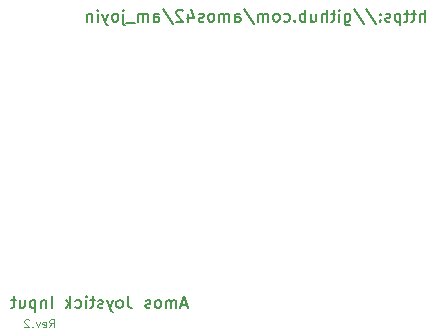
<source format=gbr>
%TF.GenerationSoftware,KiCad,Pcbnew,7.0.1*%
%TF.CreationDate,2023-05-21T17:22:54+09:00*%
%TF.ProjectId,joystick_74hc165_input_smd,6a6f7973-7469-4636-9b5f-373468633136,2*%
%TF.SameCoordinates,PX7e249a4PY6c1eee4*%
%TF.FileFunction,Legend,Bot*%
%TF.FilePolarity,Positive*%
%FSLAX46Y46*%
G04 Gerber Fmt 4.6, Leading zero omitted, Abs format (unit mm)*
G04 Created by KiCad (PCBNEW 7.0.1) date 2023-05-21 17:22:54*
%MOMM*%
%LPD*%
G01*
G04 APERTURE LIST*
%ADD10C,0.150000*%
%ADD11C,0.100000*%
%ADD12R,1.700000X1.700000*%
%ADD13O,1.700000X1.700000*%
G04 APERTURE END LIST*
D10*
X40795604Y27541681D02*
X40795604Y28541681D01*
X40367033Y27541681D02*
X40367033Y28065491D01*
X40367033Y28065491D02*
X40414652Y28160729D01*
X40414652Y28160729D02*
X40509890Y28208348D01*
X40509890Y28208348D02*
X40652747Y28208348D01*
X40652747Y28208348D02*
X40747985Y28160729D01*
X40747985Y28160729D02*
X40795604Y28113110D01*
X40033699Y28208348D02*
X39652747Y28208348D01*
X39890842Y28541681D02*
X39890842Y27684539D01*
X39890842Y27684539D02*
X39843223Y27589300D01*
X39843223Y27589300D02*
X39747985Y27541681D01*
X39747985Y27541681D02*
X39652747Y27541681D01*
X39462270Y28208348D02*
X39081318Y28208348D01*
X39319413Y28541681D02*
X39319413Y27684539D01*
X39319413Y27684539D02*
X39271794Y27589300D01*
X39271794Y27589300D02*
X39176556Y27541681D01*
X39176556Y27541681D02*
X39081318Y27541681D01*
X38747984Y28208348D02*
X38747984Y27208348D01*
X38747984Y28160729D02*
X38652746Y28208348D01*
X38652746Y28208348D02*
X38462270Y28208348D01*
X38462270Y28208348D02*
X38367032Y28160729D01*
X38367032Y28160729D02*
X38319413Y28113110D01*
X38319413Y28113110D02*
X38271794Y28017872D01*
X38271794Y28017872D02*
X38271794Y27732158D01*
X38271794Y27732158D02*
X38319413Y27636920D01*
X38319413Y27636920D02*
X38367032Y27589300D01*
X38367032Y27589300D02*
X38462270Y27541681D01*
X38462270Y27541681D02*
X38652746Y27541681D01*
X38652746Y27541681D02*
X38747984Y27589300D01*
X37890841Y27589300D02*
X37795603Y27541681D01*
X37795603Y27541681D02*
X37605127Y27541681D01*
X37605127Y27541681D02*
X37509889Y27589300D01*
X37509889Y27589300D02*
X37462270Y27684539D01*
X37462270Y27684539D02*
X37462270Y27732158D01*
X37462270Y27732158D02*
X37509889Y27827396D01*
X37509889Y27827396D02*
X37605127Y27875015D01*
X37605127Y27875015D02*
X37747984Y27875015D01*
X37747984Y27875015D02*
X37843222Y27922634D01*
X37843222Y27922634D02*
X37890841Y28017872D01*
X37890841Y28017872D02*
X37890841Y28065491D01*
X37890841Y28065491D02*
X37843222Y28160729D01*
X37843222Y28160729D02*
X37747984Y28208348D01*
X37747984Y28208348D02*
X37605127Y28208348D01*
X37605127Y28208348D02*
X37509889Y28160729D01*
X37033698Y27636920D02*
X36986079Y27589300D01*
X36986079Y27589300D02*
X37033698Y27541681D01*
X37033698Y27541681D02*
X37081317Y27589300D01*
X37081317Y27589300D02*
X37033698Y27636920D01*
X37033698Y27636920D02*
X37033698Y27541681D01*
X37033698Y28160729D02*
X36986079Y28113110D01*
X36986079Y28113110D02*
X37033698Y28065491D01*
X37033698Y28065491D02*
X37081317Y28113110D01*
X37081317Y28113110D02*
X37033698Y28160729D01*
X37033698Y28160729D02*
X37033698Y28065491D01*
X35843223Y28589300D02*
X36700365Y27303586D01*
X34795604Y28589300D02*
X35652746Y27303586D01*
X34033699Y28208348D02*
X34033699Y27398824D01*
X34033699Y27398824D02*
X34081318Y27303586D01*
X34081318Y27303586D02*
X34128937Y27255967D01*
X34128937Y27255967D02*
X34224175Y27208348D01*
X34224175Y27208348D02*
X34367032Y27208348D01*
X34367032Y27208348D02*
X34462270Y27255967D01*
X34033699Y27589300D02*
X34128937Y27541681D01*
X34128937Y27541681D02*
X34319413Y27541681D01*
X34319413Y27541681D02*
X34414651Y27589300D01*
X34414651Y27589300D02*
X34462270Y27636920D01*
X34462270Y27636920D02*
X34509889Y27732158D01*
X34509889Y27732158D02*
X34509889Y28017872D01*
X34509889Y28017872D02*
X34462270Y28113110D01*
X34462270Y28113110D02*
X34414651Y28160729D01*
X34414651Y28160729D02*
X34319413Y28208348D01*
X34319413Y28208348D02*
X34128937Y28208348D01*
X34128937Y28208348D02*
X34033699Y28160729D01*
X33557508Y27541681D02*
X33557508Y28208348D01*
X33557508Y28541681D02*
X33605127Y28494062D01*
X33605127Y28494062D02*
X33557508Y28446443D01*
X33557508Y28446443D02*
X33509889Y28494062D01*
X33509889Y28494062D02*
X33557508Y28541681D01*
X33557508Y28541681D02*
X33557508Y28446443D01*
X33224175Y28208348D02*
X32843223Y28208348D01*
X33081318Y28541681D02*
X33081318Y27684539D01*
X33081318Y27684539D02*
X33033699Y27589300D01*
X33033699Y27589300D02*
X32938461Y27541681D01*
X32938461Y27541681D02*
X32843223Y27541681D01*
X32509889Y27541681D02*
X32509889Y28541681D01*
X32081318Y27541681D02*
X32081318Y28065491D01*
X32081318Y28065491D02*
X32128937Y28160729D01*
X32128937Y28160729D02*
X32224175Y28208348D01*
X32224175Y28208348D02*
X32367032Y28208348D01*
X32367032Y28208348D02*
X32462270Y28160729D01*
X32462270Y28160729D02*
X32509889Y28113110D01*
X31176556Y28208348D02*
X31176556Y27541681D01*
X31605127Y28208348D02*
X31605127Y27684539D01*
X31605127Y27684539D02*
X31557508Y27589300D01*
X31557508Y27589300D02*
X31462270Y27541681D01*
X31462270Y27541681D02*
X31319413Y27541681D01*
X31319413Y27541681D02*
X31224175Y27589300D01*
X31224175Y27589300D02*
X31176556Y27636920D01*
X30700365Y27541681D02*
X30700365Y28541681D01*
X30700365Y28160729D02*
X30605127Y28208348D01*
X30605127Y28208348D02*
X30414651Y28208348D01*
X30414651Y28208348D02*
X30319413Y28160729D01*
X30319413Y28160729D02*
X30271794Y28113110D01*
X30271794Y28113110D02*
X30224175Y28017872D01*
X30224175Y28017872D02*
X30224175Y27732158D01*
X30224175Y27732158D02*
X30271794Y27636920D01*
X30271794Y27636920D02*
X30319413Y27589300D01*
X30319413Y27589300D02*
X30414651Y27541681D01*
X30414651Y27541681D02*
X30605127Y27541681D01*
X30605127Y27541681D02*
X30700365Y27589300D01*
X29795603Y27636920D02*
X29747984Y27589300D01*
X29747984Y27589300D02*
X29795603Y27541681D01*
X29795603Y27541681D02*
X29843222Y27589300D01*
X29843222Y27589300D02*
X29795603Y27636920D01*
X29795603Y27636920D02*
X29795603Y27541681D01*
X28890842Y27589300D02*
X28986080Y27541681D01*
X28986080Y27541681D02*
X29176556Y27541681D01*
X29176556Y27541681D02*
X29271794Y27589300D01*
X29271794Y27589300D02*
X29319413Y27636920D01*
X29319413Y27636920D02*
X29367032Y27732158D01*
X29367032Y27732158D02*
X29367032Y28017872D01*
X29367032Y28017872D02*
X29319413Y28113110D01*
X29319413Y28113110D02*
X29271794Y28160729D01*
X29271794Y28160729D02*
X29176556Y28208348D01*
X29176556Y28208348D02*
X28986080Y28208348D01*
X28986080Y28208348D02*
X28890842Y28160729D01*
X28319413Y27541681D02*
X28414651Y27589300D01*
X28414651Y27589300D02*
X28462270Y27636920D01*
X28462270Y27636920D02*
X28509889Y27732158D01*
X28509889Y27732158D02*
X28509889Y28017872D01*
X28509889Y28017872D02*
X28462270Y28113110D01*
X28462270Y28113110D02*
X28414651Y28160729D01*
X28414651Y28160729D02*
X28319413Y28208348D01*
X28319413Y28208348D02*
X28176556Y28208348D01*
X28176556Y28208348D02*
X28081318Y28160729D01*
X28081318Y28160729D02*
X28033699Y28113110D01*
X28033699Y28113110D02*
X27986080Y28017872D01*
X27986080Y28017872D02*
X27986080Y27732158D01*
X27986080Y27732158D02*
X28033699Y27636920D01*
X28033699Y27636920D02*
X28081318Y27589300D01*
X28081318Y27589300D02*
X28176556Y27541681D01*
X28176556Y27541681D02*
X28319413Y27541681D01*
X27557508Y27541681D02*
X27557508Y28208348D01*
X27557508Y28113110D02*
X27509889Y28160729D01*
X27509889Y28160729D02*
X27414651Y28208348D01*
X27414651Y28208348D02*
X27271794Y28208348D01*
X27271794Y28208348D02*
X27176556Y28160729D01*
X27176556Y28160729D02*
X27128937Y28065491D01*
X27128937Y28065491D02*
X27128937Y27541681D01*
X27128937Y28065491D02*
X27081318Y28160729D01*
X27081318Y28160729D02*
X26986080Y28208348D01*
X26986080Y28208348D02*
X26843223Y28208348D01*
X26843223Y28208348D02*
X26747984Y28160729D01*
X26747984Y28160729D02*
X26700365Y28065491D01*
X26700365Y28065491D02*
X26700365Y27541681D01*
X25509890Y28589300D02*
X26367032Y27303586D01*
X24747985Y27541681D02*
X24747985Y28065491D01*
X24747985Y28065491D02*
X24795604Y28160729D01*
X24795604Y28160729D02*
X24890842Y28208348D01*
X24890842Y28208348D02*
X25081318Y28208348D01*
X25081318Y28208348D02*
X25176556Y28160729D01*
X24747985Y27589300D02*
X24843223Y27541681D01*
X24843223Y27541681D02*
X25081318Y27541681D01*
X25081318Y27541681D02*
X25176556Y27589300D01*
X25176556Y27589300D02*
X25224175Y27684539D01*
X25224175Y27684539D02*
X25224175Y27779777D01*
X25224175Y27779777D02*
X25176556Y27875015D01*
X25176556Y27875015D02*
X25081318Y27922634D01*
X25081318Y27922634D02*
X24843223Y27922634D01*
X24843223Y27922634D02*
X24747985Y27970253D01*
X24271794Y27541681D02*
X24271794Y28208348D01*
X24271794Y28113110D02*
X24224175Y28160729D01*
X24224175Y28160729D02*
X24128937Y28208348D01*
X24128937Y28208348D02*
X23986080Y28208348D01*
X23986080Y28208348D02*
X23890842Y28160729D01*
X23890842Y28160729D02*
X23843223Y28065491D01*
X23843223Y28065491D02*
X23843223Y27541681D01*
X23843223Y28065491D02*
X23795604Y28160729D01*
X23795604Y28160729D02*
X23700366Y28208348D01*
X23700366Y28208348D02*
X23557509Y28208348D01*
X23557509Y28208348D02*
X23462270Y28160729D01*
X23462270Y28160729D02*
X23414651Y28065491D01*
X23414651Y28065491D02*
X23414651Y27541681D01*
X22795604Y27541681D02*
X22890842Y27589300D01*
X22890842Y27589300D02*
X22938461Y27636920D01*
X22938461Y27636920D02*
X22986080Y27732158D01*
X22986080Y27732158D02*
X22986080Y28017872D01*
X22986080Y28017872D02*
X22938461Y28113110D01*
X22938461Y28113110D02*
X22890842Y28160729D01*
X22890842Y28160729D02*
X22795604Y28208348D01*
X22795604Y28208348D02*
X22652747Y28208348D01*
X22652747Y28208348D02*
X22557509Y28160729D01*
X22557509Y28160729D02*
X22509890Y28113110D01*
X22509890Y28113110D02*
X22462271Y28017872D01*
X22462271Y28017872D02*
X22462271Y27732158D01*
X22462271Y27732158D02*
X22509890Y27636920D01*
X22509890Y27636920D02*
X22557509Y27589300D01*
X22557509Y27589300D02*
X22652747Y27541681D01*
X22652747Y27541681D02*
X22795604Y27541681D01*
X22081318Y27589300D02*
X21986080Y27541681D01*
X21986080Y27541681D02*
X21795604Y27541681D01*
X21795604Y27541681D02*
X21700366Y27589300D01*
X21700366Y27589300D02*
X21652747Y27684539D01*
X21652747Y27684539D02*
X21652747Y27732158D01*
X21652747Y27732158D02*
X21700366Y27827396D01*
X21700366Y27827396D02*
X21795604Y27875015D01*
X21795604Y27875015D02*
X21938461Y27875015D01*
X21938461Y27875015D02*
X22033699Y27922634D01*
X22033699Y27922634D02*
X22081318Y28017872D01*
X22081318Y28017872D02*
X22081318Y28065491D01*
X22081318Y28065491D02*
X22033699Y28160729D01*
X22033699Y28160729D02*
X21938461Y28208348D01*
X21938461Y28208348D02*
X21795604Y28208348D01*
X21795604Y28208348D02*
X21700366Y28160729D01*
X20795604Y28208348D02*
X20795604Y27541681D01*
X21033699Y28589300D02*
X21271794Y27875015D01*
X21271794Y27875015D02*
X20652747Y27875015D01*
X20319413Y28446443D02*
X20271794Y28494062D01*
X20271794Y28494062D02*
X20176556Y28541681D01*
X20176556Y28541681D02*
X19938461Y28541681D01*
X19938461Y28541681D02*
X19843223Y28494062D01*
X19843223Y28494062D02*
X19795604Y28446443D01*
X19795604Y28446443D02*
X19747985Y28351205D01*
X19747985Y28351205D02*
X19747985Y28255967D01*
X19747985Y28255967D02*
X19795604Y28113110D01*
X19795604Y28113110D02*
X20367032Y27541681D01*
X20367032Y27541681D02*
X19747985Y27541681D01*
X18605128Y28589300D02*
X19462270Y27303586D01*
X17843223Y27541681D02*
X17843223Y28065491D01*
X17843223Y28065491D02*
X17890842Y28160729D01*
X17890842Y28160729D02*
X17986080Y28208348D01*
X17986080Y28208348D02*
X18176556Y28208348D01*
X18176556Y28208348D02*
X18271794Y28160729D01*
X17843223Y27589300D02*
X17938461Y27541681D01*
X17938461Y27541681D02*
X18176556Y27541681D01*
X18176556Y27541681D02*
X18271794Y27589300D01*
X18271794Y27589300D02*
X18319413Y27684539D01*
X18319413Y27684539D02*
X18319413Y27779777D01*
X18319413Y27779777D02*
X18271794Y27875015D01*
X18271794Y27875015D02*
X18176556Y27922634D01*
X18176556Y27922634D02*
X17938461Y27922634D01*
X17938461Y27922634D02*
X17843223Y27970253D01*
X17367032Y27541681D02*
X17367032Y28208348D01*
X17367032Y28113110D02*
X17319413Y28160729D01*
X17319413Y28160729D02*
X17224175Y28208348D01*
X17224175Y28208348D02*
X17081318Y28208348D01*
X17081318Y28208348D02*
X16986080Y28160729D01*
X16986080Y28160729D02*
X16938461Y28065491D01*
X16938461Y28065491D02*
X16938461Y27541681D01*
X16938461Y28065491D02*
X16890842Y28160729D01*
X16890842Y28160729D02*
X16795604Y28208348D01*
X16795604Y28208348D02*
X16652747Y28208348D01*
X16652747Y28208348D02*
X16557508Y28160729D01*
X16557508Y28160729D02*
X16509889Y28065491D01*
X16509889Y28065491D02*
X16509889Y27541681D01*
X16271795Y27446443D02*
X15509890Y27446443D01*
X15271794Y28208348D02*
X15271794Y27351205D01*
X15271794Y27351205D02*
X15319413Y27255967D01*
X15319413Y27255967D02*
X15414651Y27208348D01*
X15414651Y27208348D02*
X15462270Y27208348D01*
X15271794Y28541681D02*
X15319413Y28494062D01*
X15319413Y28494062D02*
X15271794Y28446443D01*
X15271794Y28446443D02*
X15224175Y28494062D01*
X15224175Y28494062D02*
X15271794Y28541681D01*
X15271794Y28541681D02*
X15271794Y28446443D01*
X14652747Y27541681D02*
X14747985Y27589300D01*
X14747985Y27589300D02*
X14795604Y27636920D01*
X14795604Y27636920D02*
X14843223Y27732158D01*
X14843223Y27732158D02*
X14843223Y28017872D01*
X14843223Y28017872D02*
X14795604Y28113110D01*
X14795604Y28113110D02*
X14747985Y28160729D01*
X14747985Y28160729D02*
X14652747Y28208348D01*
X14652747Y28208348D02*
X14509890Y28208348D01*
X14509890Y28208348D02*
X14414652Y28160729D01*
X14414652Y28160729D02*
X14367033Y28113110D01*
X14367033Y28113110D02*
X14319414Y28017872D01*
X14319414Y28017872D02*
X14319414Y27732158D01*
X14319414Y27732158D02*
X14367033Y27636920D01*
X14367033Y27636920D02*
X14414652Y27589300D01*
X14414652Y27589300D02*
X14509890Y27541681D01*
X14509890Y27541681D02*
X14652747Y27541681D01*
X13986080Y28208348D02*
X13747985Y27541681D01*
X13509890Y28208348D02*
X13747985Y27541681D01*
X13747985Y27541681D02*
X13843223Y27303586D01*
X13843223Y27303586D02*
X13890842Y27255967D01*
X13890842Y27255967D02*
X13986080Y27208348D01*
X13128937Y27541681D02*
X13128937Y28208348D01*
X13128937Y28541681D02*
X13176556Y28494062D01*
X13176556Y28494062D02*
X13128937Y28446443D01*
X13128937Y28446443D02*
X13081318Y28494062D01*
X13081318Y28494062D02*
X13128937Y28541681D01*
X13128937Y28541681D02*
X13128937Y28446443D01*
X12652747Y28208348D02*
X12652747Y27541681D01*
X12652747Y28113110D02*
X12605128Y28160729D01*
X12605128Y28160729D02*
X12509890Y28208348D01*
X12509890Y28208348D02*
X12367033Y28208348D01*
X12367033Y28208348D02*
X12271795Y28160729D01*
X12271795Y28160729D02*
X12224176Y28065491D01*
X12224176Y28065491D02*
X12224176Y27541681D01*
D11*
X9021833Y1644667D02*
X9255166Y1978000D01*
X9421833Y1644667D02*
X9421833Y2344667D01*
X9421833Y2344667D02*
X9155166Y2344667D01*
X9155166Y2344667D02*
X9088500Y2311334D01*
X9088500Y2311334D02*
X9055166Y2278000D01*
X9055166Y2278000D02*
X9021833Y2211334D01*
X9021833Y2211334D02*
X9021833Y2111334D01*
X9021833Y2111334D02*
X9055166Y2044667D01*
X9055166Y2044667D02*
X9088500Y2011334D01*
X9088500Y2011334D02*
X9155166Y1978000D01*
X9155166Y1978000D02*
X9421833Y1978000D01*
X8455166Y1678000D02*
X8521833Y1644667D01*
X8521833Y1644667D02*
X8655166Y1644667D01*
X8655166Y1644667D02*
X8721833Y1678000D01*
X8721833Y1678000D02*
X8755166Y1744667D01*
X8755166Y1744667D02*
X8755166Y2011334D01*
X8755166Y2011334D02*
X8721833Y2078000D01*
X8721833Y2078000D02*
X8655166Y2111334D01*
X8655166Y2111334D02*
X8521833Y2111334D01*
X8521833Y2111334D02*
X8455166Y2078000D01*
X8455166Y2078000D02*
X8421833Y2011334D01*
X8421833Y2011334D02*
X8421833Y1944667D01*
X8421833Y1944667D02*
X8755166Y1878000D01*
X8188500Y2111334D02*
X8021833Y1644667D01*
X8021833Y1644667D02*
X7855166Y2111334D01*
X7588500Y1711334D02*
X7555167Y1678000D01*
X7555167Y1678000D02*
X7588500Y1644667D01*
X7588500Y1644667D02*
X7621833Y1678000D01*
X7621833Y1678000D02*
X7588500Y1711334D01*
X7588500Y1711334D02*
X7588500Y1644667D01*
X7288500Y2278000D02*
X7255167Y2311334D01*
X7255167Y2311334D02*
X7188500Y2344667D01*
X7188500Y2344667D02*
X7021834Y2344667D01*
X7021834Y2344667D02*
X6955167Y2311334D01*
X6955167Y2311334D02*
X6921834Y2278000D01*
X6921834Y2278000D02*
X6888500Y2211334D01*
X6888500Y2211334D02*
X6888500Y2144667D01*
X6888500Y2144667D02*
X6921834Y2044667D01*
X6921834Y2044667D02*
X7321834Y1644667D01*
X7321834Y1644667D02*
X6888500Y1644667D01*
D10*
X20652452Y3569596D02*
X20176262Y3569596D01*
X20747690Y3283881D02*
X20414357Y4283881D01*
X20414357Y4283881D02*
X20081024Y3283881D01*
X19747690Y3283881D02*
X19747690Y3950548D01*
X19747690Y3855310D02*
X19700071Y3902929D01*
X19700071Y3902929D02*
X19604833Y3950548D01*
X19604833Y3950548D02*
X19461976Y3950548D01*
X19461976Y3950548D02*
X19366738Y3902929D01*
X19366738Y3902929D02*
X19319119Y3807691D01*
X19319119Y3807691D02*
X19319119Y3283881D01*
X19319119Y3807691D02*
X19271500Y3902929D01*
X19271500Y3902929D02*
X19176262Y3950548D01*
X19176262Y3950548D02*
X19033405Y3950548D01*
X19033405Y3950548D02*
X18938166Y3902929D01*
X18938166Y3902929D02*
X18890547Y3807691D01*
X18890547Y3807691D02*
X18890547Y3283881D01*
X18271500Y3283881D02*
X18366738Y3331500D01*
X18366738Y3331500D02*
X18414357Y3379120D01*
X18414357Y3379120D02*
X18461976Y3474358D01*
X18461976Y3474358D02*
X18461976Y3760072D01*
X18461976Y3760072D02*
X18414357Y3855310D01*
X18414357Y3855310D02*
X18366738Y3902929D01*
X18366738Y3902929D02*
X18271500Y3950548D01*
X18271500Y3950548D02*
X18128643Y3950548D01*
X18128643Y3950548D02*
X18033405Y3902929D01*
X18033405Y3902929D02*
X17985786Y3855310D01*
X17985786Y3855310D02*
X17938167Y3760072D01*
X17938167Y3760072D02*
X17938167Y3474358D01*
X17938167Y3474358D02*
X17985786Y3379120D01*
X17985786Y3379120D02*
X18033405Y3331500D01*
X18033405Y3331500D02*
X18128643Y3283881D01*
X18128643Y3283881D02*
X18271500Y3283881D01*
X17557214Y3331500D02*
X17461976Y3283881D01*
X17461976Y3283881D02*
X17271500Y3283881D01*
X17271500Y3283881D02*
X17176262Y3331500D01*
X17176262Y3331500D02*
X17128643Y3426739D01*
X17128643Y3426739D02*
X17128643Y3474358D01*
X17128643Y3474358D02*
X17176262Y3569596D01*
X17176262Y3569596D02*
X17271500Y3617215D01*
X17271500Y3617215D02*
X17414357Y3617215D01*
X17414357Y3617215D02*
X17509595Y3664834D01*
X17509595Y3664834D02*
X17557214Y3760072D01*
X17557214Y3760072D02*
X17557214Y3807691D01*
X17557214Y3807691D02*
X17509595Y3902929D01*
X17509595Y3902929D02*
X17414357Y3950548D01*
X17414357Y3950548D02*
X17271500Y3950548D01*
X17271500Y3950548D02*
X17176262Y3902929D01*
X15652452Y4283881D02*
X15652452Y3569596D01*
X15652452Y3569596D02*
X15700071Y3426739D01*
X15700071Y3426739D02*
X15795309Y3331500D01*
X15795309Y3331500D02*
X15938166Y3283881D01*
X15938166Y3283881D02*
X16033404Y3283881D01*
X15033404Y3283881D02*
X15128642Y3331500D01*
X15128642Y3331500D02*
X15176261Y3379120D01*
X15176261Y3379120D02*
X15223880Y3474358D01*
X15223880Y3474358D02*
X15223880Y3760072D01*
X15223880Y3760072D02*
X15176261Y3855310D01*
X15176261Y3855310D02*
X15128642Y3902929D01*
X15128642Y3902929D02*
X15033404Y3950548D01*
X15033404Y3950548D02*
X14890547Y3950548D01*
X14890547Y3950548D02*
X14795309Y3902929D01*
X14795309Y3902929D02*
X14747690Y3855310D01*
X14747690Y3855310D02*
X14700071Y3760072D01*
X14700071Y3760072D02*
X14700071Y3474358D01*
X14700071Y3474358D02*
X14747690Y3379120D01*
X14747690Y3379120D02*
X14795309Y3331500D01*
X14795309Y3331500D02*
X14890547Y3283881D01*
X14890547Y3283881D02*
X15033404Y3283881D01*
X14366737Y3950548D02*
X14128642Y3283881D01*
X13890547Y3950548D02*
X14128642Y3283881D01*
X14128642Y3283881D02*
X14223880Y3045786D01*
X14223880Y3045786D02*
X14271499Y2998167D01*
X14271499Y2998167D02*
X14366737Y2950548D01*
X13557213Y3331500D02*
X13461975Y3283881D01*
X13461975Y3283881D02*
X13271499Y3283881D01*
X13271499Y3283881D02*
X13176261Y3331500D01*
X13176261Y3331500D02*
X13128642Y3426739D01*
X13128642Y3426739D02*
X13128642Y3474358D01*
X13128642Y3474358D02*
X13176261Y3569596D01*
X13176261Y3569596D02*
X13271499Y3617215D01*
X13271499Y3617215D02*
X13414356Y3617215D01*
X13414356Y3617215D02*
X13509594Y3664834D01*
X13509594Y3664834D02*
X13557213Y3760072D01*
X13557213Y3760072D02*
X13557213Y3807691D01*
X13557213Y3807691D02*
X13509594Y3902929D01*
X13509594Y3902929D02*
X13414356Y3950548D01*
X13414356Y3950548D02*
X13271499Y3950548D01*
X13271499Y3950548D02*
X13176261Y3902929D01*
X12842927Y3950548D02*
X12461975Y3950548D01*
X12700070Y4283881D02*
X12700070Y3426739D01*
X12700070Y3426739D02*
X12652451Y3331500D01*
X12652451Y3331500D02*
X12557213Y3283881D01*
X12557213Y3283881D02*
X12461975Y3283881D01*
X12128641Y3283881D02*
X12128641Y3950548D01*
X12128641Y4283881D02*
X12176260Y4236262D01*
X12176260Y4236262D02*
X12128641Y4188643D01*
X12128641Y4188643D02*
X12081022Y4236262D01*
X12081022Y4236262D02*
X12128641Y4283881D01*
X12128641Y4283881D02*
X12128641Y4188643D01*
X11223880Y3331500D02*
X11319118Y3283881D01*
X11319118Y3283881D02*
X11509594Y3283881D01*
X11509594Y3283881D02*
X11604832Y3331500D01*
X11604832Y3331500D02*
X11652451Y3379120D01*
X11652451Y3379120D02*
X11700070Y3474358D01*
X11700070Y3474358D02*
X11700070Y3760072D01*
X11700070Y3760072D02*
X11652451Y3855310D01*
X11652451Y3855310D02*
X11604832Y3902929D01*
X11604832Y3902929D02*
X11509594Y3950548D01*
X11509594Y3950548D02*
X11319118Y3950548D01*
X11319118Y3950548D02*
X11223880Y3902929D01*
X10795308Y3283881D02*
X10795308Y4283881D01*
X10700070Y3664834D02*
X10414356Y3283881D01*
X10414356Y3950548D02*
X10795308Y3569596D01*
X9223879Y3283881D02*
X9223879Y4283881D01*
X8747689Y3950548D02*
X8747689Y3283881D01*
X8747689Y3855310D02*
X8700070Y3902929D01*
X8700070Y3902929D02*
X8604832Y3950548D01*
X8604832Y3950548D02*
X8461975Y3950548D01*
X8461975Y3950548D02*
X8366737Y3902929D01*
X8366737Y3902929D02*
X8319118Y3807691D01*
X8319118Y3807691D02*
X8319118Y3283881D01*
X7842927Y3950548D02*
X7842927Y2950548D01*
X7842927Y3902929D02*
X7747689Y3950548D01*
X7747689Y3950548D02*
X7557213Y3950548D01*
X7557213Y3950548D02*
X7461975Y3902929D01*
X7461975Y3902929D02*
X7414356Y3855310D01*
X7414356Y3855310D02*
X7366737Y3760072D01*
X7366737Y3760072D02*
X7366737Y3474358D01*
X7366737Y3474358D02*
X7414356Y3379120D01*
X7414356Y3379120D02*
X7461975Y3331500D01*
X7461975Y3331500D02*
X7557213Y3283881D01*
X7557213Y3283881D02*
X7747689Y3283881D01*
X7747689Y3283881D02*
X7842927Y3331500D01*
X6509594Y3950548D02*
X6509594Y3283881D01*
X6938165Y3950548D02*
X6938165Y3426739D01*
X6938165Y3426739D02*
X6890546Y3331500D01*
X6890546Y3331500D02*
X6795308Y3283881D01*
X6795308Y3283881D02*
X6652451Y3283881D01*
X6652451Y3283881D02*
X6557213Y3331500D01*
X6557213Y3331500D02*
X6509594Y3379120D01*
X6176260Y3950548D02*
X5795308Y3950548D01*
X6033403Y4283881D02*
X6033403Y3426739D01*
X6033403Y3426739D02*
X5985784Y3331500D01*
X5985784Y3331500D02*
X5890546Y3283881D01*
X5890546Y3283881D02*
X5795308Y3283881D01*
%LPC*%
D12*
%TO.C,OUT1*%
X50482500Y15430500D03*
D13*
X50482500Y12890500D03*
X50482500Y10350500D03*
X50482500Y7810500D03*
X50482500Y5270500D03*
%TD*%
D12*
%TO.C,J2*%
X42989500Y25717500D03*
D13*
X42989500Y23177500D03*
X40449500Y25717500D03*
X40449500Y23177500D03*
X37909500Y25717500D03*
X37909500Y23177500D03*
X35369500Y25717500D03*
X35369500Y23177500D03*
X32829500Y25717500D03*
X32829500Y23177500D03*
X30289500Y25717500D03*
X30289500Y23177500D03*
X27749500Y25717500D03*
X27749500Y23177500D03*
X25209500Y25717500D03*
X25209500Y23177500D03*
X22669500Y25717500D03*
X22669500Y23177500D03*
X20129500Y25717500D03*
X20129500Y23177500D03*
X17589500Y25717500D03*
X17589500Y23177500D03*
X15049500Y25717500D03*
X15049500Y23177500D03*
X12509500Y25717500D03*
X12509500Y23177500D03*
X9969500Y25717500D03*
X9969500Y23177500D03*
%TD*%
D12*
%TO.C,IN1*%
X2730500Y15303500D03*
D13*
X2730500Y12763500D03*
X2730500Y10223500D03*
X2730500Y7683500D03*
X2730500Y5143500D03*
%TD*%
D12*
%TO.C,J1*%
X48069500Y19240500D03*
D13*
X45529500Y19240500D03*
X42989500Y19240500D03*
X40449500Y19240500D03*
X37909500Y19240500D03*
X35369500Y19240500D03*
X32829500Y19240500D03*
X30289500Y19240500D03*
X27749500Y19240500D03*
X25209500Y19240500D03*
X22669500Y19240500D03*
X20129500Y19240500D03*
X17589500Y19240500D03*
X15049500Y19240500D03*
X12509500Y19240500D03*
X9969500Y19240500D03*
X7429500Y19240500D03*
X4889500Y19240500D03*
%TD*%
M02*

</source>
